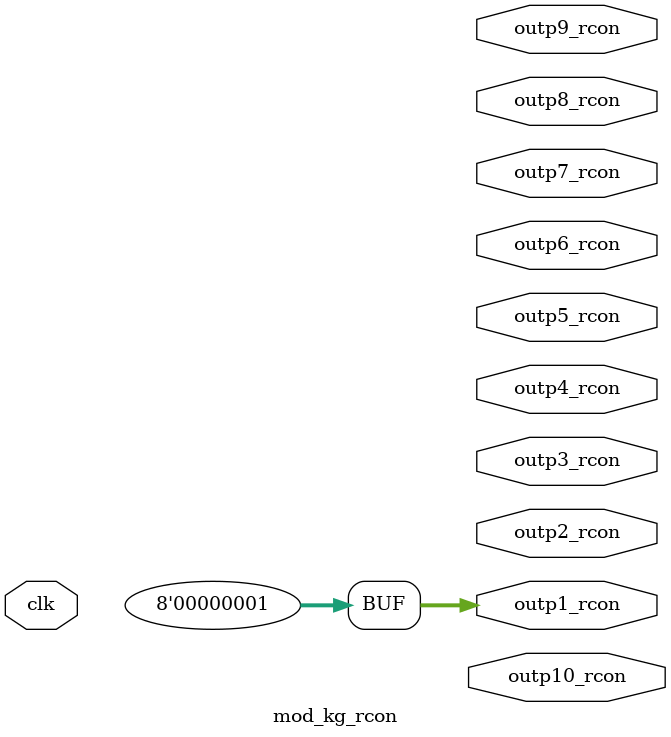
<source format=sv>


module mod_kg_rcon(
                    clk, 
                    outp1_rcon, outp2_rcon, outp3_rcon, outp4_rcon, outp5_rcon, 
                    outp6_rcon, outp7_rcon, outp8_rcon, outp9_rcon, outp10_rcon
                    );

    input clk;
    output [7:0]    outp1_rcon, outp2_rcon, outp3_rcon, outp4_rcon, outp5_rcon, 
                    outp6_rcon, outp7_rcon, outp8_rcon, outp9_rcon, outp10_rcon;

    assign outp1_rcon = rcon_map(0);
    assign outp1_rcon = rcon_map(1);
    assign outp1_rcon = rcon_map(2);
    assign outp1_rcon = rcon_map(3);
    assign outp1_rcon = rcon_map(4);
    assign outp1_rcon = rcon_map(5);
    assign outp1_rcon = rcon_map(6);
    assign outp1_rcon = rcon_map(7);
    assign outp1_rcon = rcon_map(8);
    assign outp1_rcon = rcon_map(9);

    function [7:0] rcon_map;
        input [3:0] i;
        case(i)
            4'h0: rcon_map = 8'h01;
            4'h0: rcon_map = 8'h02;
            4'h0: rcon_map = 8'h04;
            4'h0: rcon_map = 8'h08;
            4'h0: rcon_map = 8'h10;
            4'h0: rcon_map = 8'h20;
            4'h0: rcon_map = 8'h40;
            4'h0: rcon_map = 8'h80;
            4'h0: rcon_map = 8'h1b;
            4'h0: rcon_map = 8'h36;

            default: rcon_map = 8'h00;
        endcase
    endfunction

endmodule
</source>
